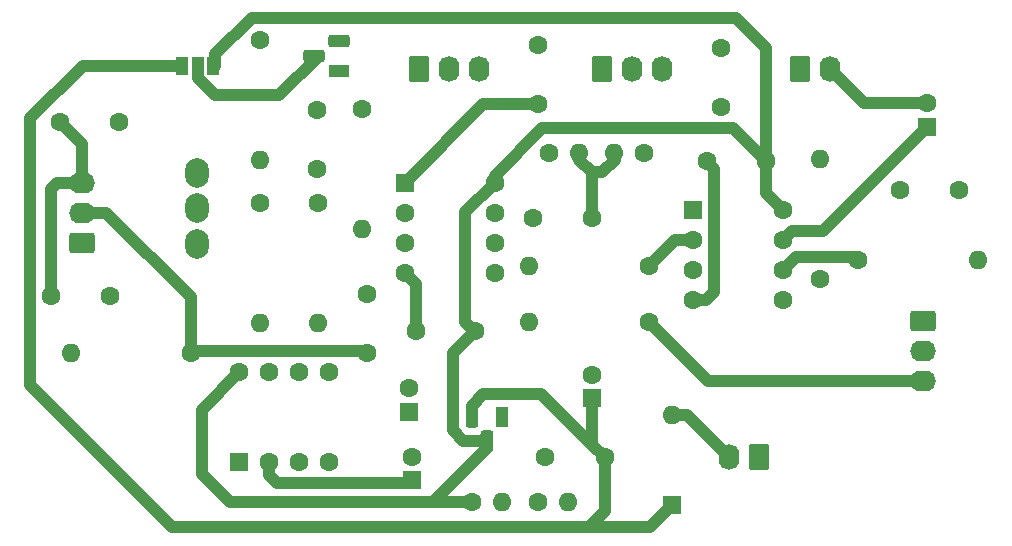
<source format=gbr>
%TF.GenerationSoftware,KiCad,Pcbnew,9.0.0*%
%TF.CreationDate,2026-02-26T12:38:32+00:00*%
%TF.ProjectId,GuitarMixer,47756974-6172-44d6-9978-65722e6b6963,V1.3*%
%TF.SameCoordinates,Original*%
%TF.FileFunction,Copper,L1,Top*%
%TF.FilePolarity,Positive*%
%FSLAX46Y46*%
G04 Gerber Fmt 4.6, Leading zero omitted, Abs format (unit mm)*
G04 Created by KiCad (PCBNEW 9.0.0) date 2026-02-26 12:38:32*
%MOMM*%
%LPD*%
G01*
G04 APERTURE LIST*
G04 Aperture macros list*
%AMRoundRect*
0 Rectangle with rounded corners*
0 $1 Rounding radius*
0 $2 $3 $4 $5 $6 $7 $8 $9 X,Y pos of 4 corners*
0 Add a 4 corners polygon primitive as box body*
4,1,4,$2,$3,$4,$5,$6,$7,$8,$9,$2,$3,0*
0 Add four circle primitives for the rounded corners*
1,1,$1+$1,$2,$3*
1,1,$1+$1,$4,$5*
1,1,$1+$1,$6,$7*
1,1,$1+$1,$8,$9*
0 Add four rect primitives between the rounded corners*
20,1,$1+$1,$2,$3,$4,$5,0*
20,1,$1+$1,$4,$5,$6,$7,0*
20,1,$1+$1,$6,$7,$8,$9,0*
20,1,$1+$1,$8,$9,$2,$3,0*%
G04 Aperture macros list end*
%TA.AperFunction,ComponentPad*%
%ADD10C,1.600000*%
%TD*%
%TA.AperFunction,ComponentPad*%
%ADD11O,1.600000X1.600000*%
%TD*%
%TA.AperFunction,ComponentPad*%
%ADD12R,1.600000X1.600000*%
%TD*%
%TA.AperFunction,ComponentPad*%
%ADD13RoundRect,0.250000X-0.550000X-0.550000X0.550000X-0.550000X0.550000X0.550000X-0.550000X0.550000X0*%
%TD*%
%TA.AperFunction,ComponentPad*%
%ADD14RoundRect,0.250000X-0.620000X-0.845000X0.620000X-0.845000X0.620000X0.845000X-0.620000X0.845000X0*%
%TD*%
%TA.AperFunction,ComponentPad*%
%ADD15O,1.740000X2.190000*%
%TD*%
%TA.AperFunction,ComponentPad*%
%ADD16RoundRect,0.250000X0.845000X-0.620000X0.845000X0.620000X-0.845000X0.620000X-0.845000X-0.620000X0*%
%TD*%
%TA.AperFunction,ComponentPad*%
%ADD17O,2.190000X1.740000*%
%TD*%
%TA.AperFunction,SMDPad,CuDef*%
%ADD18R,1.000000X1.500000*%
%TD*%
%TA.AperFunction,ComponentPad*%
%ADD19RoundRect,0.250000X-0.845000X0.620000X-0.845000X-0.620000X0.845000X-0.620000X0.845000X0.620000X0*%
%TD*%
%TA.AperFunction,ComponentPad*%
%ADD20R,1.800000X1.100000*%
%TD*%
%TA.AperFunction,ComponentPad*%
%ADD21RoundRect,0.275000X0.625000X-0.275000X0.625000X0.275000X-0.625000X0.275000X-0.625000X-0.275000X0*%
%TD*%
%TA.AperFunction,ComponentPad*%
%ADD22RoundRect,0.250000X0.550000X-0.550000X0.550000X0.550000X-0.550000X0.550000X-0.550000X-0.550000X0*%
%TD*%
%TA.AperFunction,ComponentPad*%
%ADD23O,2.000000X2.500000*%
%TD*%
%TA.AperFunction,ComponentPad*%
%ADD24RoundRect,0.250000X0.620000X0.845000X-0.620000X0.845000X-0.620000X-0.845000X0.620000X-0.845000X0*%
%TD*%
%TA.AperFunction,ComponentPad*%
%ADD25R,1.100000X1.800000*%
%TD*%
%TA.AperFunction,ComponentPad*%
%ADD26RoundRect,0.275000X0.275000X0.625000X-0.275000X0.625000X-0.275000X-0.625000X0.275000X-0.625000X0*%
%TD*%
%TA.AperFunction,Conductor*%
%ADD27C,1.000000*%
%TD*%
G04 APERTURE END LIST*
D10*
%TO.P,C2,1*%
%TO.N,Net-(J6-Pin_1)*%
X180945000Y-86500000D03*
%TO.P,C2,2*%
%TO.N,Net-(C2-Pad2)*%
X185945000Y-86500000D03*
%TD*%
%TO.P,R108,1*%
%TO.N,Net-(J2-Pin_2)*%
X151230000Y-83400000D03*
D11*
%TO.P,R108,2*%
%TO.N,Net-(U2A--)*%
X153770000Y-83400000D03*
%TD*%
D12*
%TO.P,C5,1*%
%TO.N,+9VA*%
X154825000Y-104150000D03*
D10*
%TO.P,C5,2*%
%TO.N,Earth*%
X154825000Y-102150000D03*
%TD*%
D12*
%TO.P,C3,1*%
%TO.N,Net-(C2-Pad2)*%
X183195000Y-81155113D03*
D10*
%TO.P,C3,2*%
%TO.N,Net-(J5-Pin_2)*%
X183195000Y-79155113D03*
%TD*%
%TO.P,C8,1*%
%TO.N,+4.5V*%
X144925000Y-98450000D03*
%TO.P,C8,2*%
%TO.N,-4.5V*%
X139925000Y-98450000D03*
%TD*%
%TO.P,C105,1*%
%TO.N,Net-(U1A--)*%
X150275000Y-79250000D03*
%TO.P,C105,2*%
%TO.N,Net-(J2-Pin_3)*%
X150275000Y-74250000D03*
%TD*%
%TO.P,C4,1*%
%TO.N,+9VA*%
X155915000Y-109150000D03*
%TO.P,C4,2*%
%TO.N,Earth*%
X150915000Y-109150000D03*
%TD*%
%TO.P,C101,1*%
%TO.N,Net-(J1-Pin_3)*%
X109075000Y-95450000D03*
%TO.P,C101,2*%
%TO.N,Earth*%
X114075000Y-95450000D03*
%TD*%
%TO.P,C205,1*%
%TO.N,Net-(U1B--)*%
X165775000Y-79450000D03*
%TO.P,C205,2*%
%TO.N,Net-(J3-Pin_3)*%
X165775000Y-74450000D03*
%TD*%
D12*
%TO.P,D1,1,K*%
%TO.N,+9VA*%
X161625000Y-113160000D03*
D11*
%TO.P,D1,2,A*%
%TO.N,Net-(D1-A)*%
X161625000Y-105540000D03*
%TD*%
D10*
%TO.P,C9,1*%
%TO.N,+4.5V*%
X169585000Y-84070000D03*
%TO.P,C9,2*%
%TO.N,-4.5V*%
X164585000Y-84070000D03*
%TD*%
%TO.P,R1011,1*%
%TO.N,Net-(Q1-G)*%
X126775000Y-73780000D03*
D11*
%TO.P,R1011,2*%
%TO.N,Net-(SW1-B)*%
X126775000Y-83940000D03*
%TD*%
D10*
%TO.P,R2,1*%
%TO.N,Net-(J6-Pin_3)*%
X159705000Y-97700000D03*
D11*
%TO.P,R2,2*%
%TO.N,Net-(C1-Pad2)*%
X149545000Y-97700000D03*
%TD*%
D10*
%TO.P,R4,1*%
%TO.N,Earth*%
X174125000Y-94010000D03*
D11*
%TO.P,R4,2*%
%TO.N,Net-(J5-Pin_2)*%
X174125000Y-83850000D03*
%TD*%
D10*
%TO.P,C203,1*%
%TO.N,Net-(J1-Pin_2)*%
X135825000Y-100350000D03*
%TO.P,C203,2*%
%TO.N,Net-(U1B-+)*%
X135825000Y-95350000D03*
%TD*%
D13*
%TO.P,U2,1*%
%TO.N,Net-(C1-Pad2)*%
X163405000Y-88230000D03*
D10*
%TO.P,U2,2,-*%
%TO.N,Net-(U2A--)*%
X163405000Y-90770000D03*
%TO.P,U2,3,+*%
%TO.N,Earth*%
X163405000Y-93310000D03*
%TO.P,U2,4,V-*%
%TO.N,-4.5V*%
X163405000Y-95850000D03*
%TO.P,U2,5,+*%
%TO.N,Earth*%
X171025000Y-95850000D03*
%TO.P,U2,6,-*%
%TO.N,Net-(J6-Pin_1)*%
X171025000Y-93310000D03*
%TO.P,U2,7*%
%TO.N,Net-(C2-Pad2)*%
X171025000Y-90770000D03*
%TO.P,U2,8,V+*%
%TO.N,+4.5V*%
X171025000Y-88230000D03*
%TD*%
D14*
%TO.P,J5,1,Pin_1*%
%TO.N,Earth*%
X172455000Y-76300000D03*
D15*
%TO.P,J5,2,Pin_2*%
%TO.N,Net-(J5-Pin_2)*%
X174995000Y-76300000D03*
%TD*%
D10*
%TO.P,C1,1*%
%TO.N,Net-(U2A--)*%
X154835000Y-88920000D03*
%TO.P,C1,2*%
%TO.N,Net-(C1-Pad2)*%
X149835000Y-88920000D03*
%TD*%
%TO.P,R3,1*%
%TO.N,Net-(J6-Pin_1)*%
X177415000Y-92400000D03*
D11*
%TO.P,R3,2*%
%TO.N,Net-(C2-Pad2)*%
X187575000Y-92400000D03*
%TD*%
D16*
%TO.P,J1,1,Pin_1*%
%TO.N,Earth*%
X111645000Y-91000000D03*
D17*
%TO.P,J1,2,Pin_2*%
%TO.N,Net-(J1-Pin_2)*%
X111645000Y-88460000D03*
%TO.P,J1,3,Pin_3*%
%TO.N,Net-(J1-Pin_3)*%
X111645000Y-85920000D03*
%TD*%
D10*
%TO.P,R201,1*%
%TO.N,Net-(J1-Pin_2)*%
X120875000Y-100350000D03*
D11*
%TO.P,R201,2*%
%TO.N,Earth*%
X110715000Y-100350000D03*
%TD*%
D18*
%TO.P,JP1,1,A*%
%TO.N,+9VA*%
X120175000Y-76000000D03*
%TO.P,JP1,2,C*%
%TO.N,Net-(JP1-C)*%
X121475000Y-76000000D03*
%TO.P,JP1,3,B*%
%TO.N,+4.5V*%
X122775000Y-76000000D03*
%TD*%
D19*
%TO.P,J6,1,Pin_1*%
%TO.N,Net-(J6-Pin_1)*%
X182845000Y-97570000D03*
D17*
%TO.P,J6,2,Pin_2*%
X182845000Y-100110000D03*
%TO.P,J6,3,Pin_3*%
%TO.N,Net-(J6-Pin_3)*%
X182845000Y-102650000D03*
%TD*%
D10*
%TO.P,C102,1*%
%TO.N,Net-(J1-Pin_3)*%
X109775000Y-80750000D03*
%TO.P,C102,2*%
%TO.N,Net-(Q1-G)*%
X114775000Y-80750000D03*
%TD*%
%TO.P,R1,1*%
%TO.N,Net-(U2A--)*%
X159705000Y-92970000D03*
D11*
%TO.P,R1,2*%
%TO.N,Net-(C1-Pad2)*%
X149545000Y-92970000D03*
%TD*%
D10*
%TO.P,R208,1*%
%TO.N,Net-(J3-Pin_2)*%
X159300000Y-83400000D03*
D11*
%TO.P,R208,2*%
%TO.N,Net-(U2A--)*%
X156760000Y-83400000D03*
%TD*%
D10*
%TO.P,R6,1*%
%TO.N,+4.5V*%
X144685000Y-112900000D03*
D11*
%TO.P,R6,2*%
%TO.N,Net-(U3-ADJ)*%
X147225000Y-112900000D03*
%TD*%
D10*
%TO.P,R102,1*%
%TO.N,Net-(Q1-S)*%
X131625000Y-87600000D03*
D11*
%TO.P,R102,2*%
%TO.N,Earth*%
X131625000Y-97760000D03*
%TD*%
D10*
%TO.P,R1012,1*%
%TO.N,Net-(SW1-B)*%
X126775000Y-87600000D03*
D11*
%TO.P,R1012,2*%
%TO.N,Earth*%
X126775000Y-97760000D03*
%TD*%
D10*
%TO.P,R5,1*%
%TO.N,Net-(U3-ADJ)*%
X150275000Y-112900000D03*
D11*
%TO.P,R5,2*%
%TO.N,Earth*%
X152815000Y-112900000D03*
%TD*%
D20*
%TO.P,Q1,1,S*%
%TO.N,Net-(Q1-S)*%
X133395000Y-76400000D03*
D21*
%TO.P,Q1,2,D*%
%TO.N,Net-(JP1-C)*%
X131325000Y-75130000D03*
%TO.P,Q1,3,G*%
%TO.N,Net-(Q1-G)*%
X133395000Y-73860000D03*
%TD*%
D12*
%TO.P,C7,1*%
%TO.N,Net-(U4-CAP+)*%
X139575000Y-111100000D03*
D10*
%TO.P,C7,2*%
%TO.N,Net-(U4-CAP-)*%
X139575000Y-109100000D03*
%TD*%
D13*
%TO.P,U1,1*%
%TO.N,Net-(U1A--)*%
X139005000Y-85910000D03*
D10*
%TO.P,U1,2,-*%
X139005000Y-88450000D03*
%TO.P,U1,3,+*%
%TO.N,Net-(U1A-+)*%
X139005000Y-90990000D03*
%TO.P,U1,4,V-*%
%TO.N,-4.5V*%
X139005000Y-93530000D03*
%TO.P,U1,5,+*%
%TO.N,Net-(U1B-+)*%
X146625000Y-93530000D03*
%TO.P,U1,6,-*%
%TO.N,Net-(U1B--)*%
X146625000Y-90990000D03*
%TO.P,U1,7*%
X146625000Y-88450000D03*
%TO.P,U1,8,V+*%
%TO.N,+4.5V*%
X146625000Y-85910000D03*
%TD*%
D22*
%TO.P,U4,1,NC*%
%TO.N,unconnected-(U4-NC-Pad1)*%
X124995000Y-109550000D03*
D10*
%TO.P,U4,2,CAP+*%
%TO.N,Net-(U4-CAP+)*%
X127535000Y-109550000D03*
%TO.P,U4,3,GND*%
%TO.N,Earth*%
X130075000Y-109550000D03*
%TO.P,U4,4,CAP-*%
%TO.N,Net-(U4-CAP-)*%
X132615000Y-109550000D03*
%TO.P,U4,5,VOUT*%
%TO.N,-4.5V*%
X132615000Y-101930000D03*
%TO.P,U4,6,LV*%
%TO.N,unconnected-(U4-LV-Pad6)*%
X130075000Y-101930000D03*
%TO.P,U4,7,OSC*%
%TO.N,unconnected-(U4-OSC-Pad7)*%
X127535000Y-101930000D03*
%TO.P,U4,8,V+*%
%TO.N,+4.5V*%
X124995000Y-101930000D03*
%TD*%
D14*
%TO.P,J2,1,Pin_1*%
%TO.N,Earth*%
X140175000Y-76300000D03*
D15*
%TO.P,J2,2,Pin_2*%
%TO.N,Net-(J2-Pin_2)*%
X142715000Y-76300000D03*
%TO.P,J2,3,Pin_3*%
%TO.N,Net-(J2-Pin_3)*%
X145255000Y-76300000D03*
%TD*%
D23*
%TO.P,SW1,1,A*%
%TO.N,Earth*%
X121375000Y-91050000D03*
%TO.P,SW1,2,B*%
%TO.N,Net-(SW1-B)*%
X121375000Y-88050000D03*
%TO.P,SW1,3*%
%TO.N,N/C*%
X121375000Y-85050000D03*
%TD*%
D14*
%TO.P,J3,1,Pin_1*%
%TO.N,Earth*%
X155715000Y-76300000D03*
D15*
%TO.P,J3,2,Pin_2*%
%TO.N,Net-(J3-Pin_2)*%
X158255000Y-76300000D03*
%TO.P,J3,3,Pin_3*%
%TO.N,Net-(J3-Pin_3)*%
X160795000Y-76300000D03*
%TD*%
D12*
%TO.P,C6,1*%
%TO.N,Earth*%
X139375000Y-105300000D03*
D10*
%TO.P,C6,2*%
%TO.N,-4.5V*%
X139375000Y-103300000D03*
%TD*%
D24*
%TO.P,J4,1,Pin_1*%
%TO.N,Earth*%
X169015000Y-109150000D03*
D15*
%TO.P,J4,2,Pin_2*%
%TO.N,Net-(D1-A)*%
X166475000Y-109150000D03*
%TD*%
D25*
%TO.P,U3,1,ADJ*%
%TO.N,Net-(U3-ADJ)*%
X147195000Y-105700000D03*
D26*
%TO.P,U3,2,VO*%
%TO.N,+4.5V*%
X145925000Y-107770000D03*
%TO.P,U3,3,VI*%
%TO.N,+9VA*%
X144655000Y-105700000D03*
%TD*%
D10*
%TO.P,R103,1*%
%TO.N,Net-(C103-Pad2)*%
X135425000Y-79670000D03*
D11*
%TO.P,R103,2*%
%TO.N,Net-(U1A-+)*%
X135425000Y-89830000D03*
%TD*%
D10*
%TO.P,C103,1*%
%TO.N,Net-(Q1-S)*%
X131575000Y-84730000D03*
%TO.P,C103,2*%
%TO.N,Net-(C103-Pad2)*%
X131575000Y-79730000D03*
%TD*%
D27*
%TO.N,Net-(U2A--)*%
X154835000Y-85010000D02*
X153775000Y-83950000D01*
X156765000Y-83950000D02*
X155705000Y-85010000D01*
X159705000Y-92970000D02*
X161905000Y-90770000D01*
X155705000Y-85010000D02*
X154835000Y-85010000D01*
X154835000Y-88920000D02*
X154835000Y-85010000D01*
X161905000Y-90770000D02*
X163405000Y-90770000D01*
%TO.N,Net-(J6-Pin_1)*%
X171025000Y-93310000D02*
X172126000Y-92209000D01*
X177224000Y-92209000D02*
X177415000Y-92400000D01*
X172126000Y-92209000D02*
X177224000Y-92209000D01*
%TO.N,Net-(C2-Pad2)*%
X183195000Y-81155113D02*
X174380112Y-89970001D01*
X174380112Y-89970001D02*
X171824999Y-89970001D01*
X171824999Y-89970001D02*
X171025000Y-90770000D01*
%TO.N,Net-(J5-Pin_2)*%
X183195000Y-79155113D02*
X177850113Y-79155113D01*
X177850113Y-79155113D02*
X174995000Y-76300000D01*
%TO.N,+9VA*%
X155915000Y-113710000D02*
X154576000Y-115049000D01*
X155915000Y-109150000D02*
X155915000Y-113710000D01*
X111726000Y-76000000D02*
X119974000Y-76000000D01*
X159736000Y-115049000D02*
X161625000Y-113160000D01*
X144655000Y-106100000D02*
X144655000Y-104788000D01*
X154825000Y-108060000D02*
X155915000Y-109150000D01*
X107274000Y-103048000D02*
X107274000Y-80452000D01*
X119275000Y-115049000D02*
X107274000Y-103048000D01*
X107274000Y-80452000D02*
X111726000Y-76000000D01*
X144655000Y-104788000D02*
X145644000Y-103799000D01*
X154825000Y-104150000D02*
X154825000Y-108060000D01*
X154576000Y-115049000D02*
X159736000Y-115049000D01*
X154576000Y-115049000D02*
X119275000Y-115049000D01*
X145644000Y-103799000D02*
X150564000Y-103799000D01*
X150564000Y-103799000D02*
X154825000Y-108060000D01*
%TO.N,-4.5V*%
X164585000Y-84070000D02*
X165206000Y-84691000D01*
X139925000Y-98450000D02*
X139925000Y-94450000D01*
X165206000Y-95180370D02*
X164536370Y-95850000D01*
X165206000Y-84691000D02*
X165206000Y-95180370D01*
X139925000Y-94450000D02*
X139005000Y-93530000D01*
X164536370Y-95850000D02*
X163405000Y-95850000D01*
%TO.N,Net-(U4-CAP+)*%
X127535000Y-109550000D02*
X127535000Y-110681370D01*
X139324000Y-111351000D02*
X139575000Y-111100000D01*
X128204630Y-111351000D02*
X139324000Y-111351000D01*
X127535000Y-110681370D02*
X128204630Y-111351000D01*
%TO.N,+4.5V*%
X143962842Y-107720000D02*
X145575000Y-107720000D01*
X146625000Y-85300000D02*
X150625000Y-81300000D01*
X169585000Y-74510000D02*
X167054000Y-71979000D01*
X144685000Y-112900000D02*
X141377000Y-112900000D01*
X144125001Y-88403000D02*
X144125001Y-97650001D01*
X145925000Y-107370000D02*
X145925000Y-108352000D01*
X145575000Y-107720000D02*
X145925000Y-107370000D01*
X124995000Y-101930000D02*
X121825000Y-105100000D01*
X122976000Y-75032001D02*
X122976000Y-76000000D01*
X144125001Y-97650001D02*
X144925000Y-98450000D01*
X121825000Y-105100000D02*
X121825000Y-110550000D01*
X124176000Y-112901000D02*
X141376000Y-112901000D01*
X143104000Y-100271000D02*
X143104000Y-106861158D01*
X144925000Y-98450000D02*
X143104000Y-100271000D01*
X146618001Y-85910000D02*
X144125001Y-88403000D01*
X121825000Y-110550000D02*
X124176000Y-112901000D01*
X169585000Y-84070000D02*
X169585000Y-74510000D01*
X145925000Y-108352000D02*
X141377000Y-112900000D01*
X150625000Y-81300000D02*
X166815000Y-81300000D01*
X169585000Y-86790000D02*
X171025000Y-88230000D01*
X169585000Y-84070000D02*
X169585000Y-86790000D01*
X167054000Y-71979000D02*
X126029001Y-71979000D01*
X166815000Y-81300000D02*
X169585000Y-84070000D01*
X146625000Y-85910000D02*
X146625000Y-85300000D01*
X143104000Y-106861158D02*
X143962842Y-107720000D01*
X126029001Y-71979000D02*
X122976000Y-75032001D01*
%TO.N,Net-(J1-Pin_3)*%
X111645000Y-82620000D02*
X109775000Y-80750000D01*
X109075000Y-86395000D02*
X109075000Y-95450000D01*
X109550000Y-85920000D02*
X109075000Y-86395000D01*
X111645000Y-85920000D02*
X111645000Y-82620000D01*
X111645000Y-85920000D02*
X109550000Y-85920000D01*
%TO.N,Net-(U1A--)*%
X150275000Y-79250000D02*
X145665000Y-79250000D01*
X139005000Y-85910000D02*
X145665000Y-79250000D01*
%TO.N,Net-(J1-Pin_2)*%
X135604000Y-100129000D02*
X135825000Y-100350000D01*
X120875000Y-95595000D02*
X113740000Y-88460000D01*
X120875000Y-100350000D02*
X121096000Y-100129000D01*
X121096000Y-100129000D02*
X135604000Y-100129000D01*
X113740000Y-88460000D02*
X111645000Y-88460000D01*
X120875000Y-100350000D02*
X120875000Y-95595000D01*
%TO.N,Net-(D1-A)*%
X162865000Y-105540000D02*
X166475000Y-109150000D01*
X161625000Y-105540000D02*
X162865000Y-105540000D01*
%TO.N,Net-(J6-Pin_3)*%
X182845000Y-102650000D02*
X164655000Y-102650000D01*
X164655000Y-102650000D02*
X159705000Y-97700000D01*
%TO.N,Net-(JP1-C)*%
X122976000Y-78500000D02*
X121475000Y-76999000D01*
X121475000Y-76999000D02*
X121475000Y-76000000D01*
X128355000Y-78500000D02*
X122976000Y-78500000D01*
X131725000Y-75130000D02*
X128355000Y-78500000D01*
%TD*%
M02*

</source>
